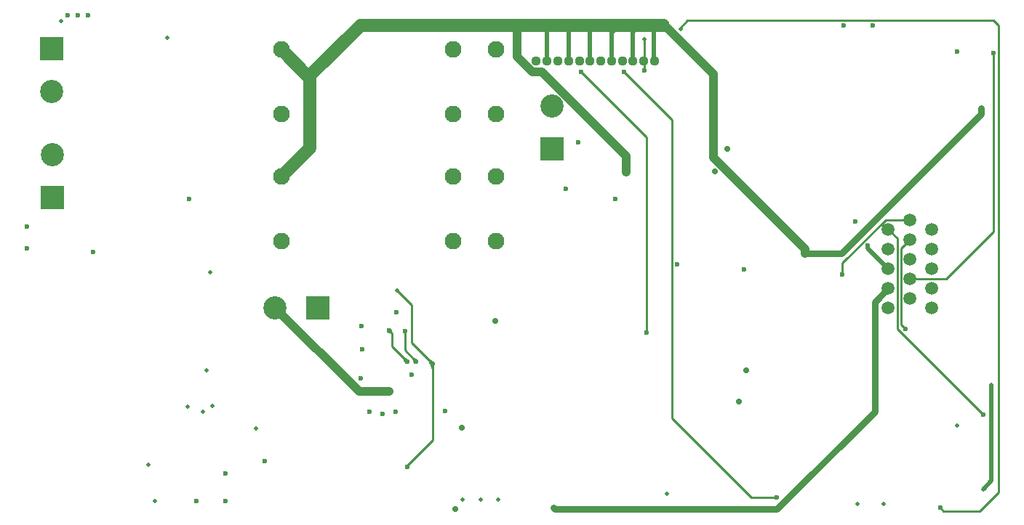
<source format=gbr>
%TF.GenerationSoftware,KiCad,Pcbnew,9.0.3*%
%TF.CreationDate,2025-08-13T20:37:10+01:00*%
%TF.ProjectId,Elytra,456c7974-7261-42e6-9b69-6361645f7063,rev?*%
%TF.SameCoordinates,Original*%
%TF.FileFunction,Copper,L4,Bot*%
%TF.FilePolarity,Positive*%
%FSLAX46Y46*%
G04 Gerber Fmt 4.6, Leading zero omitted, Abs format (unit mm)*
G04 Created by KiCad (PCBNEW 9.0.3) date 2025-08-13 20:37:10*
%MOMM*%
%LPD*%
G01*
G04 APERTURE LIST*
%TA.AperFunction,ComponentPad*%
%ADD10R,2.700000X2.700000*%
%TD*%
%TA.AperFunction,ComponentPad*%
%ADD11C,2.700000*%
%TD*%
%TA.AperFunction,ComponentPad*%
%ADD12C,1.950000*%
%TD*%
%TA.AperFunction,ComponentPad*%
%ADD13C,1.500000*%
%TD*%
%TA.AperFunction,ComponentPad*%
%ADD14C,1.117600*%
%TD*%
%TA.AperFunction,ViaPad*%
%ADD15C,0.500000*%
%TD*%
%TA.AperFunction,ViaPad*%
%ADD16C,0.600000*%
%TD*%
%TA.AperFunction,ViaPad*%
%ADD17C,0.700000*%
%TD*%
%TA.AperFunction,Conductor*%
%ADD18C,1.000000*%
%TD*%
%TA.AperFunction,Conductor*%
%ADD19C,0.500000*%
%TD*%
%TA.AperFunction,Conductor*%
%ADD20C,1.500000*%
%TD*%
%TA.AperFunction,Conductor*%
%ADD21C,0.130000*%
%TD*%
%TA.AperFunction,Conductor*%
%ADD22C,0.750000*%
%TD*%
%TA.AperFunction,Conductor*%
%ADD23C,0.250000*%
%TD*%
G04 APERTURE END LIST*
D10*
%TO.P,J2,1,1*%
%TO.N,GND*%
X97624999Y-101470000D03*
D11*
%TO.P,J2,2,2*%
%TO.N,VBAT1*%
X97624999Y-96470000D03*
%TD*%
D10*
%TO.P,J3,1,1*%
%TO.N,GND*%
X97600000Y-84100000D03*
D11*
%TO.P,J3,2,2*%
%TO.N,VBAT2*%
X97600000Y-89100000D03*
%TD*%
D12*
%TO.P,K1,1,COIL_1*%
%TO.N,Net-(K1-COIL_1)*%
X124299998Y-91699999D03*
%TO.P,K1,3,COM_1*%
%TO.N,unconnected-(K1-COM_1-Pad3)*%
X144299998Y-91699999D03*
%TO.P,K1,4,NO_1*%
%TO.N,unconnected-(K1-NO_1-Pad4)*%
X149299998Y-91699999D03*
%TO.P,K1,5,NO_2*%
%TO.N,Net-(K1-NO_2)*%
X149299998Y-84199999D03*
%TO.P,K1,6,COM_2*%
%TO.N,VFill*%
X144299998Y-84199999D03*
%TO.P,K1,8,COIL_2*%
%TO.N,+14V*%
X124299998Y-84199999D03*
%TD*%
D10*
%TO.P,J4,1,1*%
%TO.N,GND*%
X155825000Y-95800000D03*
D11*
%TO.P,J4,2,2*%
%TO.N,VFill*%
X155825000Y-90800000D03*
%TD*%
D12*
%TO.P,K2,1,COIL_1*%
%TO.N,Net-(K2-COIL_1)*%
X124300000Y-106500000D03*
%TO.P,K2,3,COM_1*%
%TO.N,unconnected-(K2-COM_1-Pad3)*%
X144300000Y-106500000D03*
%TO.P,K2,4,NO_1*%
%TO.N,unconnected-(K2-NO_1-Pad4)*%
X149300000Y-106500000D03*
%TO.P,K2,5,NO_2*%
%TO.N,Net-(K2-NO_2)*%
X149300000Y-99000000D03*
%TO.P,K2,6,COM_2*%
%TO.N,VFill*%
X144300000Y-99000000D03*
%TO.P,K2,8,COIL_2*%
%TO.N,+14V*%
X124300000Y-99000000D03*
%TD*%
D13*
%TO.P,DSUB1,1,1*%
%TO.N,+3.3V*%
X194960000Y-114340000D03*
%TO.P,DSUB1,2,2*%
%TO.N,+5V*%
X194960000Y-112050000D03*
%TO.P,DSUB1,3,3*%
%TO.N,/V2_OUT*%
X194960000Y-109760000D03*
%TO.P,DSUB1,4,4*%
%TO.N,/V1_OUT*%
X194960000Y-107470000D03*
%TO.P,DSUB1,5,5*%
%TO.N,/V0_OUT*%
X194960000Y-105180000D03*
%TO.P,DSUB1,6,6*%
%TO.N,/V3_OUT*%
X197500000Y-113195000D03*
%TO.P,DSUB1,7,7*%
%TO.N,/V4_OUT*%
X197500000Y-110905000D03*
%TO.P,DSUB1,8,8*%
%TO.N,/V5_OUT*%
X197500000Y-108615000D03*
%TO.P,DSUB1,9,9*%
%TO.N,/FIRE_OUT1*%
X197500000Y-106325000D03*
%TO.P,DSUB1,10,10*%
%TO.N,/FIRE_OUT2*%
X197500000Y-104035000D03*
%TO.P,DSUB1,11,11*%
%TO.N,GND*%
X200040000Y-114340000D03*
%TO.P,DSUB1,12,12*%
X200040000Y-112050000D03*
%TO.P,DSUB1,13,13*%
X200040000Y-109760000D03*
%TO.P,DSUB1,14,14*%
X200040000Y-107470000D03*
%TO.P,DSUB1,15,15*%
%TO.N,/FIRE_OUT3*%
X200040000Y-105180000D03*
%TD*%
D10*
%TO.P,J5,1,1*%
%TO.N,/KEY_OUT*%
X128600000Y-114325000D03*
D11*
%TO.P,J5,2,2*%
%TO.N,VDC*%
X123600000Y-114325000D03*
%TD*%
D14*
%TO.P,J1,1,1*%
%TO.N,+14V*%
X167750002Y-85550000D03*
%TO.P,J1,2,2*%
%TO.N,/PYRO1_OUT*%
X166500002Y-85550000D03*
%TO.P,J1,3,3*%
%TO.N,+14V*%
X165250002Y-85550000D03*
%TO.P,J1,4,4*%
%TO.N,/PYRO2_OUT*%
X164000002Y-85550000D03*
%TO.P,J1,5,5*%
%TO.N,+14V*%
X162750002Y-85550000D03*
%TO.P,J1,6,6*%
%TO.N,/PYRO3_OUT*%
X161500002Y-85550000D03*
%TO.P,J1,7,7*%
%TO.N,+14V*%
X160250001Y-85550000D03*
%TO.P,J1,8,8*%
%TO.N,/PYRO4_OUT*%
X159000001Y-85550000D03*
%TO.P,J1,9,9*%
%TO.N,+14V*%
X157750001Y-85550000D03*
%TO.P,J1,10,10*%
%TO.N,/PYRO5_OUT*%
X156500001Y-85550000D03*
%TO.P,J1,11,11*%
%TO.N,+14V*%
X155250001Y-85550000D03*
%TO.P,J1,12,12*%
%TO.N,/PYRO6_OUT*%
X154000001Y-85550000D03*
%TD*%
D15*
%TO.N,VDC*%
X136869739Y-124093994D03*
%TO.N,+14V*%
X185250000Y-108000000D03*
X164500000Y-98500000D03*
X205811690Y-91055783D03*
X207000000Y-123250000D03*
X206000000Y-135475000D03*
D16*
%TO.N,/DC.DC3 VCC*%
X139994738Y-120550000D03*
X138698559Y-117050000D03*
%TO.N,+5V*%
X173000000Y-137800000D03*
X156000000Y-137600000D03*
%TO.N,/PYRO1_OUT*%
X201000000Y-137600000D03*
D15*
X166600000Y-83000000D03*
X170800000Y-81800000D03*
D16*
X166600000Y-86600000D03*
%TO.N,/PYRO2_OUT*%
X182000000Y-136400000D03*
X164200000Y-86800000D03*
%TO.N,/PYRO4_OUT*%
X159200000Y-86800000D03*
X166800000Y-117200000D03*
%TO.N,/FIRE_OUT1*%
X197000000Y-116800000D03*
%TO.N,/FIRE_OUT2*%
X189600000Y-110400000D03*
%TO.N,Net-(U1-FB)*%
X136898560Y-116950000D03*
X138944741Y-120549999D03*
D15*
%TO.N,Net-(D3-A)*%
X137750000Y-112250000D03*
D16*
X141898561Y-120800000D03*
X138948561Y-132900000D03*
D15*
%TO.N,GND*%
X108800000Y-132600000D03*
D16*
X117800000Y-133600000D03*
X136107240Y-126683994D03*
D17*
X176200000Y-95800000D03*
D15*
X116000000Y-110200000D03*
X111049999Y-82799999D03*
D16*
X113600000Y-101600000D03*
X133669739Y-116393995D03*
X178200000Y-109800000D03*
D17*
X178400000Y-121600000D03*
D15*
X203000000Y-128000000D03*
D16*
X157400000Y-100400000D03*
X101800000Y-80200000D03*
D17*
X144600000Y-137800000D03*
D16*
X134533490Y-126457744D03*
D15*
X149600000Y-136650000D03*
D17*
X149200000Y-115800000D03*
D16*
X137669740Y-114793996D03*
X189800000Y-81400000D03*
D17*
X177600000Y-125200000D03*
X174800000Y-98400000D03*
D16*
X193200000Y-81400000D03*
D17*
X145337872Y-128262128D03*
D16*
X133568490Y-122545244D03*
D15*
X194400000Y-137200000D03*
D16*
X191166409Y-104233591D03*
X117800000Y-136800000D03*
X102400000Y-107800000D03*
X137643492Y-126420244D03*
X203000000Y-84400000D03*
D15*
X169200000Y-136000000D03*
D16*
X94700002Y-104800000D03*
D15*
X109600000Y-136800000D03*
X121400000Y-128400000D03*
D16*
X94700002Y-107400000D03*
D15*
X115600000Y-121600000D03*
D16*
X170400000Y-109200000D03*
D15*
X147500000Y-136650000D03*
D16*
X158860000Y-95010000D03*
D15*
X113400000Y-125800000D03*
D16*
X99400000Y-80200000D03*
X100600000Y-80200000D03*
D15*
X145400000Y-136680000D03*
X116290000Y-125740000D03*
D16*
X114400000Y-136800000D03*
X133719741Y-119143995D03*
D15*
X98715000Y-80885000D03*
D16*
X143413489Y-126337744D03*
X122400000Y-132200000D03*
X163200000Y-101610000D03*
D15*
X191400000Y-137200000D03*
X115150000Y-126430000D03*
D16*
X139469741Y-122093995D03*
%TO.N,/V4_OUT*%
X207200000Y-84600000D03*
%TO.N,/V2_OUT*%
X192600000Y-107000000D03*
%TO.N,/V0_OUT*%
X206000000Y-126800000D03*
%TD*%
D18*
%TO.N,VDC*%
X123600000Y-114325000D02*
X133368994Y-124093994D01*
X133368994Y-124093994D02*
X136869739Y-124093994D01*
D19*
%TO.N,+14V*%
X157750000Y-82002900D02*
X157750000Y-85550000D01*
X166000000Y-81352900D02*
X165250002Y-82102898D01*
D20*
X150250000Y-81352900D02*
X151750000Y-81352900D01*
D19*
X160800000Y-81352900D02*
X160250000Y-81902900D01*
D20*
X166000000Y-81352900D02*
X166652463Y-81352900D01*
D21*
X168447100Y-81352900D02*
X168000000Y-81800000D01*
D19*
X167702902Y-85502900D02*
X167750002Y-85550000D01*
D18*
X185250000Y-108000000D02*
X185250000Y-107434372D01*
D20*
X154752900Y-81352900D02*
X158400000Y-81352900D01*
D18*
X164500000Y-98500000D02*
X164500000Y-96645158D01*
D19*
X163600000Y-81352900D02*
X162750002Y-82202898D01*
D20*
X158400000Y-81352900D02*
X160800000Y-81352900D01*
D22*
X205811690Y-91693928D02*
X189505618Y-108000000D01*
D20*
X127499999Y-87400000D02*
X133547099Y-81352900D01*
D18*
X153498885Y-86759800D02*
X151750000Y-85010915D01*
X154614642Y-86759800D02*
X153498885Y-86759800D01*
X168966568Y-81352900D02*
X168800000Y-81352900D01*
D19*
X168000000Y-81800000D02*
X167702902Y-82097098D01*
D20*
X127499999Y-87400000D02*
X124299998Y-84199999D01*
D19*
X154752900Y-81352900D02*
X155250002Y-81850002D01*
D18*
X151750000Y-85010915D02*
X151750000Y-81352900D01*
D20*
X163600000Y-81352900D02*
X166000000Y-81352900D01*
D19*
X158400000Y-81352900D02*
X157750000Y-82002900D01*
D20*
X166652463Y-81352900D02*
X168800000Y-81352900D01*
D19*
X155250002Y-81850002D02*
X155250002Y-85550000D01*
X162750002Y-82202898D02*
X162750002Y-85550000D01*
D20*
X127600000Y-95700000D02*
X127600000Y-87400000D01*
D19*
X207000000Y-123250000D02*
X207000000Y-134475000D01*
D22*
X205811690Y-91055783D02*
X205811690Y-91693928D01*
D19*
X160250000Y-81902900D02*
X160250000Y-85550000D01*
D18*
X174649000Y-96833372D02*
X174649000Y-87035332D01*
X174649000Y-87035332D02*
X168966568Y-81352900D01*
D19*
X167702902Y-82097098D02*
X167702902Y-85502900D01*
D22*
X189505618Y-108000000D02*
X185250000Y-108000000D01*
D20*
X127600000Y-87400000D02*
X127499999Y-87400000D01*
D19*
X165250002Y-82102898D02*
X165250002Y-85550000D01*
D20*
X133547099Y-81352900D02*
X150250000Y-81352900D01*
D19*
X207000000Y-134475000D02*
X206000000Y-135475000D01*
D20*
X124300000Y-99000000D02*
X127600000Y-95700000D01*
X160800000Y-81352900D02*
X163600000Y-81352900D01*
D18*
X164500000Y-96645158D02*
X154614642Y-86759800D01*
D21*
X168800000Y-81352900D02*
X168447100Y-81352900D01*
D20*
X151750000Y-81352900D02*
X154752900Y-81352900D01*
D18*
X185250000Y-107434372D02*
X174649000Y-96833372D01*
D23*
%TO.N,/DC.DC3 VCC*%
X139994738Y-120550000D02*
X138698559Y-119253820D01*
X138698559Y-119253820D02*
X138698559Y-117050000D01*
D22*
%TO.N,+5V*%
X156200000Y-137800000D02*
X156000000Y-137600000D01*
X173000000Y-137800000D02*
X156200000Y-137800000D01*
X193400000Y-113610000D02*
X193400000Y-126400000D01*
X182000000Y-137800000D02*
X173000000Y-137800000D01*
X194960000Y-112050000D02*
X193400000Y-113610000D01*
X193400000Y-126400000D02*
X182000000Y-137800000D01*
D23*
%TO.N,/PYRO1_OUT*%
X207800000Y-81400000D02*
X207800000Y-135800000D01*
X166600000Y-86600000D02*
X166600000Y-83000000D01*
X205600000Y-138000000D02*
X201400000Y-138000000D01*
X207800000Y-135800000D02*
X205600000Y-138000000D01*
X207224000Y-80824000D02*
X207800000Y-81400000D01*
X171576000Y-80824000D02*
X207224000Y-80824000D01*
X170800000Y-81800000D02*
X170800000Y-81600000D01*
X170800000Y-81600000D02*
X171576000Y-80824000D01*
X201400000Y-138000000D02*
X201000000Y-137600000D01*
%TO.N,/PYRO2_OUT*%
X179000000Y-136400000D02*
X169824000Y-127224000D01*
X182000000Y-136400000D02*
X179000000Y-136400000D01*
X169824000Y-92424000D02*
X164200000Y-86800000D01*
X169824000Y-127224000D02*
X169824000Y-92424000D01*
%TO.N,/PYRO4_OUT*%
X159200000Y-86800000D02*
X166800000Y-94400000D01*
X166800000Y-94400000D02*
X166800000Y-117200000D01*
%TO.N,/FIRE_OUT1*%
X196474000Y-116274000D02*
X197000000Y-116800000D01*
X196474000Y-107351000D02*
X196474000Y-116274000D01*
X197500000Y-106325000D02*
X196474000Y-107351000D01*
%TO.N,/FIRE_OUT2*%
X189600000Y-109089016D02*
X189600000Y-110400000D01*
X194654016Y-104035000D02*
X189600000Y-109089016D01*
X197500000Y-104035000D02*
X194654016Y-104035000D01*
%TO.N,/FIRE_OUT3*%
X200040000Y-105180000D02*
X200040000Y-105124016D01*
%TO.N,Net-(U1-FB)*%
X137198560Y-118800001D02*
X138944739Y-120546178D01*
X137198560Y-117250000D02*
X137198560Y-118800001D01*
X138944739Y-120546178D02*
X138944741Y-120549999D01*
X136898560Y-116950000D02*
X137198560Y-117250000D01*
%TO.N,Net-(D3-A)*%
X141898558Y-129700000D02*
X138948558Y-132650000D01*
X138948558Y-132650000D02*
X138948561Y-132900000D01*
X137750000Y-112250000D02*
X139500000Y-114000000D01*
X139500000Y-114000000D02*
X139500000Y-118401439D01*
X141898561Y-120800000D02*
X141898558Y-129700000D01*
X139500000Y-118401439D02*
X141898561Y-120800000D01*
%TO.N,/V4_OUT*%
X201695000Y-110905000D02*
X202200000Y-110400000D01*
X202200000Y-110400000D02*
X207200000Y-105400000D01*
X197500000Y-110905000D02*
X201695000Y-110905000D01*
X207200000Y-105400000D02*
X207200000Y-84600000D01*
D19*
%TO.N,/V2_OUT*%
X192600000Y-107000000D02*
X192600000Y-107400000D01*
X192600000Y-107400000D02*
X194960000Y-109760000D01*
D23*
%TO.N,/V0_OUT*%
X196000000Y-116800000D02*
X196000000Y-106220000D01*
X196000000Y-106220000D02*
X194960000Y-105180000D01*
X206000000Y-126800000D02*
X196000000Y-116800000D01*
%TD*%
%TA.AperFunction,Conductor*%
%TO.N,/DC.DC3 VCC*%
G36*
X139671179Y-120048717D02*
G01*
X139738976Y-120108723D01*
X139782646Y-120136687D01*
X139804482Y-120150670D01*
X139923273Y-120193794D01*
X140017285Y-120223917D01*
X140019220Y-120224735D01*
X140150044Y-120294498D01*
X140155732Y-120301415D01*
X140154863Y-120310327D01*
X140154288Y-120311290D01*
X139996753Y-120548734D01*
X139993472Y-120552015D01*
X139755953Y-120709600D01*
X139747165Y-120711319D01*
X139739736Y-120706319D01*
X139739200Y-120705429D01*
X139734219Y-120696245D01*
X139673154Y-120583652D01*
X139672327Y-120581731D01*
X139638595Y-120478729D01*
X139638470Y-120478320D01*
X139630112Y-120448931D01*
X139630110Y-120448923D01*
X139586248Y-120343109D01*
X139546180Y-120284858D01*
X139512892Y-120247888D01*
X139493591Y-120226451D01*
X139490602Y-120218009D01*
X139494012Y-120210350D01*
X139655156Y-120049206D01*
X139663428Y-120045780D01*
X139671179Y-120048717D01*
G37*
%TD.AperFunction*%
%TD*%
%TA.AperFunction,Conductor*%
%TO.N,Net-(U1-FB)*%
G36*
X138623094Y-120046828D02*
G01*
X138690879Y-120106962D01*
X138690887Y-120106968D01*
X138756260Y-120149190D01*
X138874687Y-120193163D01*
X138966249Y-120223124D01*
X138968117Y-120223922D01*
X139100070Y-120294492D01*
X139105748Y-120301414D01*
X139104868Y-120310326D01*
X139104300Y-120311276D01*
X138946756Y-120548733D01*
X138943475Y-120552014D01*
X138705981Y-120709583D01*
X138697193Y-120711302D01*
X138689764Y-120706302D01*
X138689215Y-120705387D01*
X138623220Y-120583007D01*
X138622373Y-120581015D01*
X138613105Y-120552014D01*
X138589246Y-120477352D01*
X138589117Y-120476917D01*
X138580450Y-120445541D01*
X138537252Y-120340308D01*
X138497536Y-120282393D01*
X138497532Y-120282388D01*
X138445496Y-120224541D01*
X138442510Y-120216098D01*
X138445920Y-120208444D01*
X138607058Y-120047306D01*
X138615330Y-120043880D01*
X138623094Y-120046828D01*
G37*
%TD.AperFunction*%
%TD*%
%TA.AperFunction,Conductor*%
%TO.N,Net-(U1-FB)*%
G36*
X137190787Y-116895357D02*
G01*
X137195575Y-116902105D01*
X137228389Y-117027634D01*
X137264751Y-117121543D01*
X137264880Y-117121894D01*
X137305793Y-117238495D01*
X137306297Y-117240466D01*
X137318768Y-117316103D01*
X137318912Y-117317476D01*
X137323005Y-117407742D01*
X137319956Y-117416162D01*
X137311847Y-117419960D01*
X137311317Y-117419972D01*
X137083583Y-117419972D01*
X137075310Y-117416545D01*
X137072022Y-117410067D01*
X137070492Y-117400220D01*
X137062032Y-117345735D01*
X137029985Y-117302679D01*
X137029983Y-117302678D01*
X136981229Y-117279839D01*
X136981226Y-117279838D01*
X136981224Y-117279837D01*
X136981223Y-117279837D01*
X136919550Y-117266242D01*
X136915070Y-117265204D01*
X136831046Y-117245743D01*
X136828710Y-117244934D01*
X136744172Y-117205212D01*
X136738142Y-117198592D01*
X136738559Y-117189647D01*
X136739401Y-117188153D01*
X136895855Y-116953063D01*
X136903291Y-116948075D01*
X136903287Y-116948075D01*
X137182012Y-116893581D01*
X137190787Y-116895357D01*
G37*
%TD.AperFunction*%
%TD*%
%TA.AperFunction,Conductor*%
%TO.N,Net-(D3-A)*%
G36*
X142180173Y-120855973D02*
G01*
X142180262Y-120855991D01*
X142187691Y-120860991D01*
X142189410Y-120869779D01*
X142189159Y-120870787D01*
X142149752Y-121003589D01*
X142148972Y-121005548D01*
X142100015Y-121102187D01*
X142099799Y-121102594D01*
X142084918Y-121129303D01*
X142041112Y-121235140D01*
X142028253Y-121304667D01*
X142024141Y-121383147D01*
X142020286Y-121391230D01*
X142012457Y-121394235D01*
X141784569Y-121394235D01*
X141776296Y-121390808D01*
X141772891Y-121383247D01*
X141767383Y-121292880D01*
X141767383Y-121292878D01*
X141750724Y-121216905D01*
X141750723Y-121216904D01*
X141750723Y-121216901D01*
X141697219Y-121102411D01*
X141652038Y-121014624D01*
X141651254Y-121012692D01*
X141608075Y-120870846D01*
X141608944Y-120861936D01*
X141615861Y-120856248D01*
X141616942Y-120855974D01*
X141896243Y-120799470D01*
X141900879Y-120799470D01*
X142180173Y-120855973D01*
G37*
%TD.AperFunction*%
%TD*%
%TA.AperFunction,Conductor*%
%TO.N,Net-(D3-A)*%
G36*
X141575002Y-120298717D02*
G01*
X141642799Y-120358723D01*
X141686469Y-120386687D01*
X141708305Y-120400670D01*
X141827096Y-120443794D01*
X141921108Y-120473917D01*
X141923043Y-120474735D01*
X142053867Y-120544498D01*
X142059555Y-120551415D01*
X142058686Y-120560327D01*
X142058111Y-120561290D01*
X141900576Y-120798734D01*
X141897295Y-120802015D01*
X141659776Y-120959600D01*
X141650988Y-120961319D01*
X141643559Y-120956319D01*
X141643023Y-120955429D01*
X141638042Y-120946245D01*
X141576977Y-120833652D01*
X141576150Y-120831731D01*
X141542418Y-120728729D01*
X141542293Y-120728320D01*
X141533935Y-120698931D01*
X141533933Y-120698923D01*
X141490071Y-120593109D01*
X141450003Y-120534858D01*
X141416715Y-120497888D01*
X141397414Y-120476451D01*
X141394425Y-120468009D01*
X141397835Y-120460350D01*
X141558979Y-120299206D01*
X141567251Y-120295780D01*
X141575002Y-120298717D01*
G37*
%TD.AperFunction*%
%TD*%
M02*

</source>
